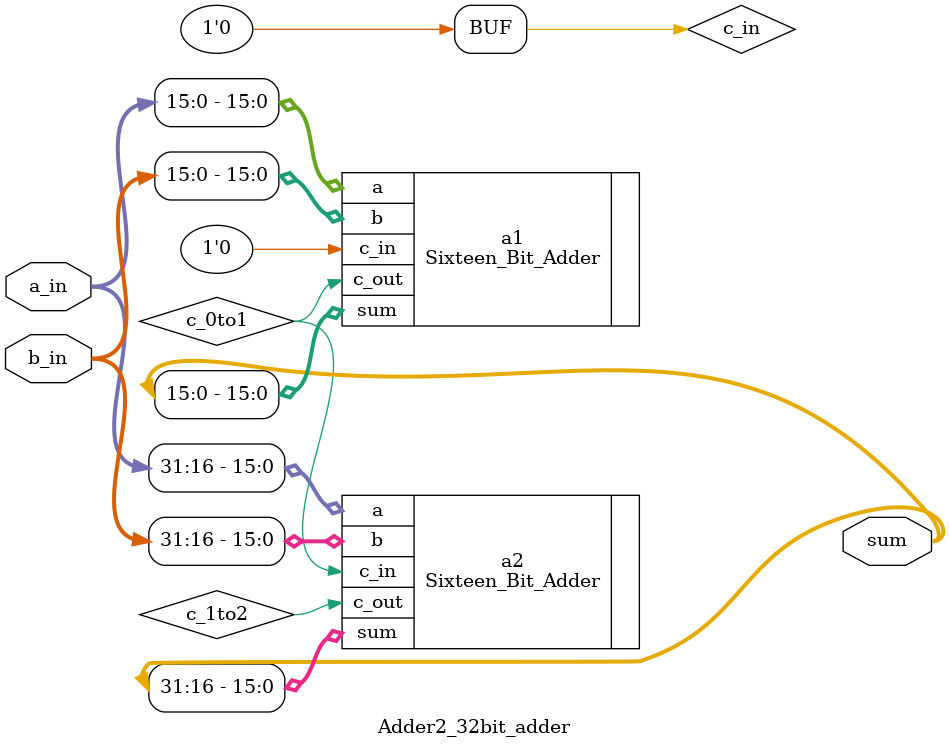
<source format=v>
`timescale 1ns / 1ps
module Adder2_32bit_adder(
    input [31:0] a_in,
    input [31:0] b_in,
    output [31:0] sum
    );


reg c_in = 0;
wire c_1to2, c_0to1;


Sixteen_Bit_Adder a1 (.c_in(c_in), .a(a_in[15:0]), .b(b_in[15:0]), .sum(sum[15:0]), .c_out(c_0to1));
Sixteen_Bit_Adder a2 (.c_in(c_0to1), .a(a_in[31:16]), .b(b_in[31:16]), .sum(sum[31:16]), .c_out(c_1to2));


endmodule

</source>
